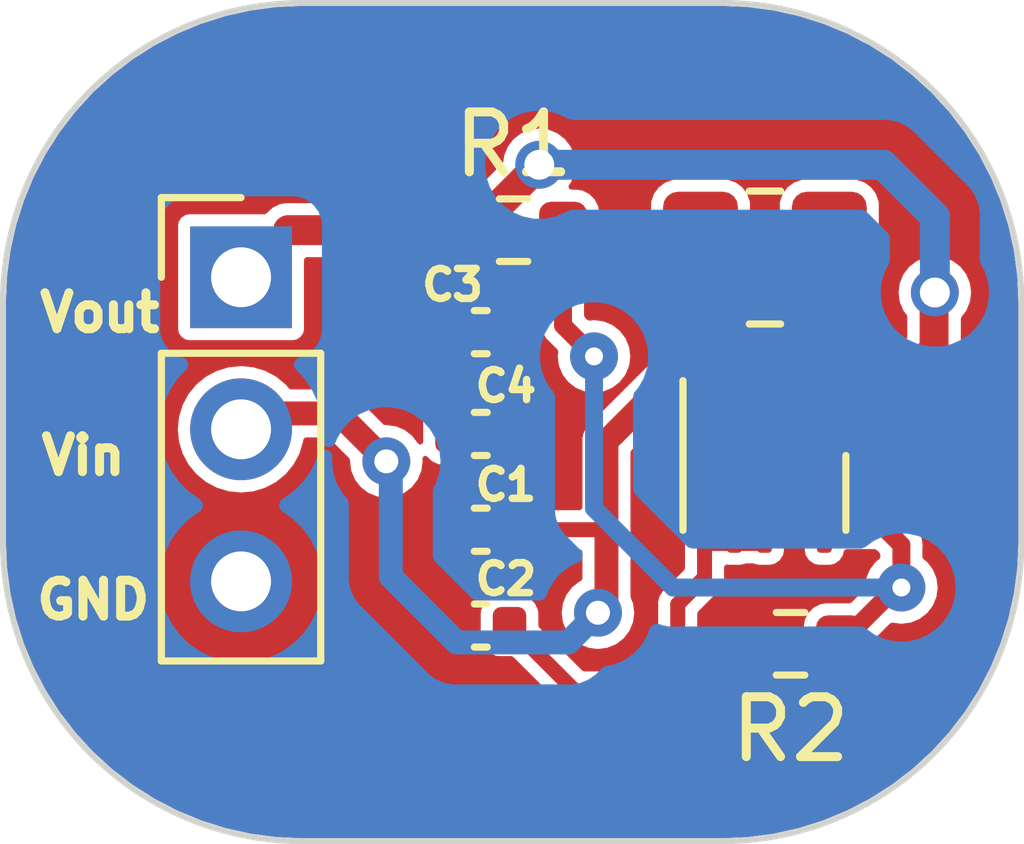
<source format=kicad_pcb>
(kicad_pcb (version 20221018) (generator pcbnew)
  (layers (0 "F.Cu" signal) (31 "B.Cu" signal) (34 "B.Paste" user) (35 "F.Paste" user) (36 "B.SilkS" user "B.Silkscreen") (37 "F.SilkS" user "F.Silkscreen") (38 "B.Mask" user) (39 "F.Mask" user) (44 "Edge.Cuts" user))
  (net 0 "")
  (net 1 "Net-(U1-L2)")
  (net 2 "Net-(U1-L1)")
  (net 3 "Net-(U1-EN)")
  (net 4 "Net-(C3-Pad2)")
  (net 5 "Net-(J1-Pin_1)")
  (net 6 "Net-(J1-Pin_2)")
  (net 7 "Net-(J1-Pin_3)")
  (net 8 "Net-(U1-FB)")
  (footprint "Inductor_SMD:L_1008_2520Metric" (layer "F.Cu") (at 127.7194 84.2518)
    (fp_text reference "FTC252012S1R5MBCA1" hide)
    (fp_text value "1.5uH" hide)
    (fp_line (start -0.261252 -1.11) (end 0.261252 -1.11) (stroke (width 0.12)) (layer "F.SilkS"))
    (fp_line (start -0.261252 1.11) (end 0.261252 1.11) (stroke (width 0.12)) (layer "F.SilkS"))
    (pad "1" smd roundrect (at -1.075 0) (size 1.25 2.2) (layers "F.Cu" "F.Paste" "F.Mask") (roundrect_rratio 0.2) (net 2 "Net-(U1-L1)"))
    (pad "2" smd roundrect (at 1.075 0) (size 1.25 2.2) (layers "F.Cu" "F.Paste" "F.Mask") (roundrect_rratio 0.2) (net 1 "Net-(U1-L2)"))
  )
  (footprint "Capacitor_SMD:C_0402_1005Metric" (layer "F.Cu") (at 122.9756 90.3984 180)
    (fp_text reference "C2" (at -0.42 0.775) (layer "F.SilkS") (effects (font (size 0.5 0.5) (thickness 0.125))))
    (fp_text value "C" hide)
    (fp_line (start -0.107836 -0.36) (end 0.107836 -0.36) (stroke (width 0.12)) (layer "F.SilkS"))
    (fp_line (start -0.107836 0.36) (end 0.107836 0.36) (stroke (width 0.12)) (layer "F.SilkS"))
    (pad "1" smd roundrect (at -0.48 0 180) (size 0.56 0.62) (layers "F.Cu" "F.Paste" "F.Mask") (net 3 "Net-(U1-EN)"))
    (pad "2" smd roundrect (at 0.48 0 180) (size 0.56 0.62) (layers "F.Cu" "F.Paste" "F.Mask") (net 7 "Net-(J1-Pin_3)"))
  )
  (footprint "Connector_PinHeader_2.54mm:PinHeader_1x03_P2.54mm_Vertical" (layer "F.Cu") (at 118.974 84.5808)
    (fp_text reference "J1" hide)
    (fp_text value "Conn_01x03" hide)
    (fp_line (start -1.33 -1.33) (end 0 -1.33) (stroke (width 0.12)) (layer "F.SilkS"))
    (fp_line (start -1.33 0) (end -1.33 -1.33) (stroke (width 0.12)) (layer "F.SilkS"))
    (fp_line (start -1.33 1.27) (end -1.33 6.41) (stroke (width 0.12)) (layer "F.SilkS"))
    (fp_line (start -1.33 1.27) (end 1.33 1.27) (stroke (width 0.12)) (layer "F.SilkS"))
    (fp_line (start -1.33 6.41) (end 1.33 6.41) (stroke (width 0.12)) (layer "F.SilkS"))
    (fp_line (start 1.33 1.27) (end 1.33 6.41) (stroke (width 0.12)) (layer "F.SilkS"))
    (pad "1" thru_hole rect (at 0 0) (size 1.7 1.7) (drill 1) (layers "*.Cu" "*.Mask") (net 5 "Net-(J1-Pin_1)"))
    (pad "2" thru_hole oval (at 0 2.54) (size 1.7 1.7) (drill 1) (layers "*.Cu" "*.Mask") (net 6 "Net-(J1-Pin_2)"))
    (pad "3" thru_hole oval (at 0 5.08) (size 1.7 1.7) (drill 1) (layers "*.Cu" "*.Mask") (net 7 "Net-(J1-Pin_3)"))
  )
  (footprint "Resistor_SMD:R_0603_1608Metric" (layer "F.Cu") (at 128.1466 90.7032 180)
    (fp_text reference "R2" (at 0 -1.43) (layer "F.SilkS"))
    (fp_text value "500K" hide)
    (fp_line (start -0.237258 -0.5225) (end 0.237258 -0.5225) (stroke (width 0.12)) (layer "F.SilkS"))
    (fp_line (start -0.237258 0.5225) (end 0.237258 0.5225) (stroke (width 0.12)) (layer "F.SilkS"))
    (pad "1" smd roundrect (at -0.825 0 180) (size 0.8 0.95) (layers "F.Cu" "F.Paste" "F.Mask") (net 8 "Net-(U1-FB)"))
    (pad "2" smd roundrect (at 0.825 0 180) (size 0.8 0.95) (layers "F.Cu" "F.Paste" "F.Mask") (net 7 "Net-(J1-Pin_3)"))
  )
  (footprint "Resistor_SMD:R_0603_1608Metric" (layer "F.Cu") (at 123.5238 83.7944)
    (fp_text reference "R1" (at 0 -1.43) (layer "F.SilkS"))
    (fp_text value "2.8M" hide)
    (fp_line (start -0.237258 -0.5225) (end 0.237258 -0.5225) (stroke (width 0.12)) (layer "F.SilkS"))
    (fp_line (start -0.237258 0.5225) (end 0.237258 0.5225) (stroke (width 0.12)) (layer "F.SilkS"))
    (pad "1" smd roundrect (at -0.825 0) (size 0.8 0.95) (layers "F.Cu" "F.Paste" "F.Mask") (net 5 "Net-(J1-Pin_1)"))
    (pad "2" smd roundrect (at 0.825 0) (size 0.8 0.95) (layers "F.Cu" "F.Paste" "F.Mask") (net 8 "Net-(U1-FB)"))
  )
  (footprint "Capacitor_SMD:C_0402_1005Metric" (layer "F.Cu") (at 122.9756 88.7984 180)
    (fp_text reference "C1" (at -0.42 0.75) (layer "F.SilkS") (effects (font (size 0.5 0.5) (thickness 0.125))))
    (fp_text value "C" hide)
    (fp_line (start -0.107836 -0.36) (end 0.107836 -0.36) (stroke (width 0.12)) (layer "F.SilkS"))
    (fp_line (start -0.107836 0.36) (end 0.107836 0.36) (stroke (width 0.12)) (layer "F.SilkS"))
    (pad "1" smd roundrect (at -0.48 0 180) (size 0.56 0.62) (layers "F.Cu" "F.Paste" "F.Mask") (net 6 "Net-(J1-Pin_2)"))
    (pad "2" smd roundrect (at 0.48 0 180) (size 0.56 0.62) (layers "F.Cu" "F.Paste" "F.Mask") (net 7 "Net-(J1-Pin_3)"))
  )
  (footprint "Capacitor_SMD:C_0402_1005Metric" (layer "F.Cu") (at 122.9756 85.4984 180)
    (fp_text reference "C3" (at 0.4714 0.7894) (layer "F.SilkS") (effects (font (size 0.5 0.5) (thickness 0.125))))
    (fp_text value "C" hide)
    (fp_line (start -0.107836 -0.36) (end 0.107836 -0.36) (stroke (width 0.12)) (layer "F.SilkS"))
    (fp_line (start -0.107836 0.36) (end 0.107836 0.36) (stroke (width 0.12)) (layer "F.SilkS"))
    (pad "1" smd roundrect (at -0.48 0 180) (size 0.56 0.62) (layers "F.Cu" "F.Paste" "F.Mask") (net 5 "Net-(J1-Pin_1)"))
    (pad "2" smd roundrect (at 0.48 0 180) (size 0.56 0.62) (layers "F.Cu" "F.Paste" "F.Mask") (net 4 "Net-(C3-Pad2)"))
  )
  (footprint "Capacitor_SMD:C_0402_1005Metric" (layer "F.Cu") (at 122.9756 87.1984)
    (fp_text reference "C4" (at 0.42 -0.8) (layer "F.SilkS") (effects (font (size 0.5 0.5) (thickness 0.125))))
    (fp_text value "C" hide)
    (fp_line (start -0.107836 -0.36) (end 0.107836 -0.36) (stroke (width 0.12)) (layer "F.SilkS"))
    (fp_line (start -0.107836 0.36) (end 0.107836 0.36) (stroke (width 0.12)) (layer "F.SilkS"))
    (pad "1" smd roundrect (at -0.48 0) (size 0.56 0.62) (layers "F.Cu" "F.Paste" "F.Mask") (net 4 "Net-(C3-Pad2)"))
    (pad "2" smd roundrect (at 0.48 0) (size 0.56 0.62) (layers "F.Cu" "F.Paste" "F.Mask") (net 7 "Net-(J1-Pin_3)"))
  )
  (footprint "Package_SON:WSON-10-1EP_2.5x2.5mm_P0.5mm_EP1.2x2mm" (layer "F.Cu") (at 127.7112 87.5584 -90)
    (fp_text reference "U1" hide)
    (fp_text value "TPS63030DSK" hide)
    (fp_line (start -1.25 1.36) (end 1.25 1.36) (stroke (width 0.12)) (layer "F.SilkS"))
    (fp_line (start 0 -1.36) (end 1.25 -1.36) (stroke (width 0.12)) (layer "F.SilkS"))
    (pad "1" smd roundrect (at -1.2125 -1 270) (size 0.825 0.25) (layers "F.Cu" "F.Paste" "F.Mask") (net 5 "Net-(J1-Pin_1)"))
    (pad "2" smd roundrect (at -1.2125 -0.5 270) (size 0.825 0.25) (layers "F.Cu" "F.Paste" "F.Mask") (net 1 "Net-(U1-L2)"))
    (pad "3" smd roundrect (at -1.2125 0 270) (size 0.825 0.25) (layers "F.Cu" "F.Paste" "F.Mask") (net 7 "Net-(J1-Pin_3)"))
    (pad "4" smd roundrect (at -1.2125 0.5 270) (size 0.825 0.25) (layers "F.Cu" "F.Paste" "F.Mask") (net 2 "Net-(U1-L1)"))
    (pad "5" smd roundrect (at -1.2125 1 270) (size 0.825 0.25) (layers "F.Cu" "F.Paste" "F.Mask") (net 6 "Net-(J1-Pin_2)"))
    (pad "6" smd roundrect (at 1.2125 1 270) (size 0.825 0.25) (layers "F.Cu" "F.Paste" "F.Mask") (net 3 "Net-(U1-EN)"))
    (pad "7" smd roundrect (at 1.2125 0.5 270) (size 0.825 0.25) (layers "F.Cu" "F.Paste" "F.Mask") (net 3 "Net-(U1-EN)"))
    (pad "8" smd roundrect (at 1.2125 0 270) (size 0.825 0.25) (layers "F.Cu" "F.Paste" "F.Mask") (net 3 "Net-(U1-EN)"))
    (pad "9" smd roundrect (at 1.2125 -0.5 270) (size 0.825 0.25) (layers "F.Cu" "F.Paste" "F.Mask") (net 7 "Net-(J1-Pin_3)"))
    (pad "10" smd roundrect (at 1.2125 -1 270) (size 0.825 0.25) (layers "F.Cu" "F.Paste" "F.Mask") (net 8 "Net-(U1-FB)"))
    (pad "11" smd rect (at 0 0 270) (size 1.2 2) (layers "F.Cu" "F.Mask") (net 7 "Net-(J1-Pin_3)"))
  )
  (gr_arc (start 120 94) (mid 116.464466 92.535534) (end 115 89) (stroke (width 0.1)) (layer "Edge.Cuts"))
  (gr_arc (start 127 80) (mid 130.535534 81.464466) (end 132 85) (stroke (width 0.1)) (layer "Edge.Cuts"))
  (gr_line (start 115 85) (end 115 89) (stroke (width 0.1)) (layer "Edge.Cuts"))
  (gr_line (start 127 94) (end 120 94) (stroke (width 0.1)) (layer "Edge.Cuts"))
  (gr_line (start 132 85) (end 132 89) (stroke (width 0.1)) (layer "Edge.Cuts"))
  (gr_arc (start 115 85) (mid 116.464466 81.464466) (end 120 80) (stroke (width 0.1)) (layer "Edge.Cuts"))
  (gr_arc (start 132 89) (mid 130.535534 92.535534) (end 127 94) (stroke (width 0.1)) (layer "Edge.Cuts"))
  (gr_line (start 127 80) (end 120 80) (stroke (width 0.1)) (layer "Edge.Cuts"))
  (gr_text "Vout" (at 115.5446 85.5218) (layer "F.SilkS") (effects (font (size 0.6 0.6)) (justify left bottom)))
  (gr_text "GND" (at 115.4938 90.3224) (layer "F.SilkS") (effects (font (size 0.6 0.6)) (justify left bottom)))
  (gr_text "Vin" (at 115.57 87.9094) (layer "F.SilkS") (effects (font (size 0.6 0.6)) (justify left bottom)))
  (segment (start 125.7046 91.4908) (end 124.548 91.4908) (width 0.25) (layer "F.Cu") (net 3))
  (segment (start 126.7112 89.5952) (end 126.2634 90.043) (width 0.25) (layer "F.Cu") (net 3))
  (segment (start 126.2634 90.932) (end 125.7046 91.4908) (width 0.25) (layer "F.Cu") (net 3))
  (segment (start 126.2634 90.043) (end 126.2634 90.932) (width 0.25) (layer "F.Cu") (net 3))
  (segment (start 124.548 91.4908) (end 123.4556 90.3984) (width 0.25) (layer "F.Cu") (net 3))
  (segment (start 126.7112 88.7709) (end 126.7112 89.5952) (width 0.25) (layer "F.Cu") (net 3))
  (segment (start 122.4956 87.1984) (end 122.4956 85.4984) (width 0.25) (layer "F.Cu") (net 4))
  (segment (start 123.4556 84.5512) (end 122.6988 83.7944) (width 0.25) (layer "F.Cu") (net 5))
  (segment (start 122.86 83.7944) (end 123.952 82.7024) (width 0.5) (layer "F.Cu") (net 5))
  (segment (start 119.7604 83.7944) (end 118.974 84.5808) (width 0.25) (layer "F.Cu") (net 5))
  (segment (start 118.874 84.3158) (end 119.239 84.3158) (width 0.65) (layer "F.Cu") (net 5))
  (segment (start 122.6988 83.7944) (end 119.7604 83.7944) (width 0.5) (layer "F.Cu") (net 5))
  (segment (start 123.4556 85.4984) (end 123.4556 84.5512) (width 0.25) (layer "F.Cu") (net 5))
  (segment (start 122.6988 83.7944) (end 122.86 83.7944) (width 0.25) (layer "F.Cu") (net 5))
  (segment (start 128.7253 86.36) (end 128.7112 86.3459) (width 0.25) (layer "F.Cu") (net 5))
  (via (at 130.556 84.836) (size 0.8) (drill 0.5) (layers "F.Cu" "B.Cu") (net 5))
  (via (at 123.952 82.7024) (size 0.8) (drill 0.5) (layers "F.Cu" "B.Cu") (net 5))
  (segment (start 129.6924 82.7024) (end 130.556 83.566) (width 0.5) (layer "B.Cu") (net 5))
  (segment (start 123.952 82.7024) (end 129.6924 82.7024) (width 0.5) (layer "B.Cu") (net 5))
  (segment (start 130.556 83.566) (end 130.556 84.836) (width 0.5) (layer "B.Cu") (net 5))
  (segment (start 125.074 90.043) (end 125.074 88.7984) (width 0.4) (layer "F.Cu") (net 6))
  (segment (start 125.074 87.3208) (end 126.0489 86.3459) (width 0.4) (layer "F.Cu") (net 6))
  (segment (start 118.874 86.8558) (end 120.599 86.8558) (width 0.4) (layer "F.Cu") (net 6))
  (segment (start 120.599 86.8558) (end 121.399 87.6558) (width 0.4) (layer "F.Cu") (net 6))
  (segment (start 126.0489 86.3459) (end 126.6862 86.3459) (width 0.4) (layer "F.Cu") (net 6))
  (segment (start 123.4556 88.7984) (end 125.074 88.7984) (width 0.25) (layer "F.Cu") (net 6))
  (segment (start 125.074 88.7984) (end 125.074 87.3208) (width 0.4) (layer "F.Cu") (net 6))
  (segment (start 124.9321 90.1849) (end 125.074 90.043) (width 0.4) (layer "F.Cu") (net 6))
  (via (at 124.9321 90.1849) (size 0.8) (drill 0.4) (layers "F.Cu" "B.Cu") (net 6))
  (via (at 121.399 87.6558) (size 0.8) (drill 0.4) (layers "F.Cu" "B.Cu") (net 6))
  (segment (start 122.574 90.6808) (end 121.474 89.5808) (width 0.4) (layer "B.Cu") (net 6))
  (segment (start 121.474 87.7308) (end 121.399 87.6558) (width 0.4) (layer "B.Cu") (net 6))
  (segment (start 124.4362 90.6808) (end 122.574 90.6808) (width 0.4) (layer "B.Cu") (net 6))
  (segment (start 124.9321 90.1849) (end 124.4362 90.6808) (width 0.4) (layer "B.Cu") (net 6))
  (segment (start 121.474 89.5808) (end 121.474 87.7308) (width 0.4) (layer "B.Cu") (net 6))
  (segment (start 123.4556 87.8384) (end 123.4556 87.1984) (width 0.25) (layer "F.Cu") (net 7))
  (segment (start 122.7956 87.9984) (end 123.2956 87.9984) (width 0.25) (layer "F.Cu") (net 7))
  (segment (start 123.2956 87.9984) (end 123.4556 87.8384) (width 0.25) (layer "F.Cu") (net 7))
  (segment (start 122.4956 88.7984) (end 122.4956 88.2984) (width 0.25) (layer "F.Cu") (net 7))
  (segment (start 122.4956 88.2984) (end 122.7956 87.9984) (width 0.25) (layer "F.Cu") (net 7))
  (segment (start 124.3488 83.7944) (end 124.3488 85.3852) (width 0.3) (layer "F.Cu") (net 8))
  (segment (start 129.9972 89.0524) (end 129.7157 88.7709) (width 0.3) (layer "F.Cu") (net 8))
  (segment (start 129.7157 88.7709) (end 128.7112 88.7709) (width 0.3) (layer "F.Cu") (net 8))
  (segment (start 129.9972 89.7636) (end 129.9972 89.0524) (width 0.3) (layer "F.Cu") (net 8))
  (segment (start 129.9972 89.7636) (end 129.9112 89.7636) (width 0.25) (layer "F.Cu") (net 8))
  (segment (start 129.9112 89.7636) (end 128.9716 90.7032) (width 0.3) (layer "F.Cu") (net 8))
  (segment (start 124.3488 85.3852) (end 124.8664 85.9028) (width 0.3) (layer "F.Cu") (net 8))
  (via (at 124.8664 85.9028) (size 0.8) (drill 0.3) (layers "F.Cu" "B.Cu") (net 8))
  (via (at 129.9972 89.7636) (size 0.8) (drill 0.3) (layers "F.Cu" "B.Cu") (net 8))
  (segment (start 124.8664 88.4428) (end 126.1872 89.7636) (width 0.3) (layer "B.Cu") (net 8))
  (segment (start 126.1872 89.7636) (end 129.9972 89.7636) (width 0.3) (layer "B.Cu") (net 8))
  (segment (start 124.8664 85.9028) (end 124.8664 88.4428) (width 0.3) (layer "B.Cu") (net 8))
  (zone (net 7) (net_name "Net-(J1-Pin_3)") (layer "F.Cu") (name "GND") (priority 1) (connect_pads yes (clearance 0.2)) (min_thickness 0.1) (fill yes (thermal_gap 0.5) (thermal_bridge_width 0.5))
    (polygon (pts (xy 127 80) (xy 127.652942 80.040415) (xy 128.082714 80.116195) (xy 128.504245 80.229144) (xy 128.914329 80.378402) (xy 129.309843 80.562833) (xy 129.687778 80.781034) (xy 130.045257 81.031344) (xy 130.37956 81.311857) (xy 130.688143 81.62044) (xy 130.968656 81.954743) (xy 131.218966 82.312222) (xy 131.437167 82.690157) (xy 131.621598 83.085671) (xy 131.770856 83.495755) (xy 131.883805 83.917286) (xy 131.959585 84.347058) (xy 131.99762 84.781799) (xy 132 85) (xy 132 86) (xy 131.99762 89.218201) (xy 131.959585 89.652942) (xy 131.883805 90.082714) (xy 131.770856 90.504245) (xy 131.621598 90.914329) (xy 131.437167 91.309843) (xy 131.218966 91.687778) (xy 130.968656 92.045257) (xy 130.688143 92.37956) (xy 130.37956 92.688143) (xy 130.045257 92.968656) (xy 129.687778 93.218966) (xy 129.309843 93.437167) (xy 128.914329 93.621598) (xy 128.504245 93.770856) (xy 128.082714 93.883805) (xy 127.652942 93.959585) (xy 127.218201 93.99762) (xy 127 94) (xy 120 94) (xy 119.781799 93.99762) (xy 119.347058 93.959585) (xy 118.917286 93.883805) (xy 118.495755 93.770856) (xy 118.085671 93.621598) (xy 117.690157 93.437167) (xy 117.312222 93.218966) (xy 117 93) (xy 116.62044 92.688143) (xy 116.311857 92.37956) (xy 116.031344 92.045257) (xy 115.781034 91.687778) (xy 115.562833 91.309843) (xy 115.378402 90.914329) (xy 115.229144 90.504245) (xy 115.116195 90.082714) (xy 115.040415 89.652942) (xy 115.00238 89.218201) (xy 115 89) (xy 115 85) (xy 115.00238 84.781799) (xy 115.040415 84.347058) (xy 115.116195 83.917286) (xy 115.229144 83.495755) (xy 115.378402 83.085671) (xy 115.562833 82.690157) (xy 115.781034 82.312222) (xy 116.031344 81.954743) (xy 116.311857 81.62044) (xy 116.62044 81.311857) (xy 116.954743 81.031344) (xy 117.312222 80.781034) (xy 117.690157 80.562833) (xy 118.085671 80.378402) (xy 118.495755 80.229144) (xy 118.917286 80.116195) (xy 119.347058 80.040415) (xy 119.781799 80.00238) (xy 120 80)))
  )
  (zone (net 1) (net_name "Net-(U1-L2)") (layer "F.Cu") (priority 3) (connect_pads yes (clearance 0.1)) (min_thickness 0.1) (fill yes (thermal_gap 0.5) (thermal_bridge_width 0.5))
    (polygon (pts (xy 128.0922 86.233) (xy 128.1684 84.836) (xy 129.413 84.836) (xy 129.413 85.2932) (xy 128.3462 85.9536) (xy 128.3462 86.2076)))
  )
  (zone (net 2) (net_name "Net-(U1-L1)") (layer "F.Cu") (priority 2) (connect_pads yes (clearance 0.2)) (min_thickness 0.1) (fill yes (thermal_gap 0.5) (thermal_bridge_width 0.5))
    (polygon (pts (xy 127.3302 86.233) (xy 127.254 84.8106) (xy 126.0094 84.8106) (xy 126.0094 85.2424) (xy 127.0762 85.9536) (xy 127.0762 86.233)))
  )
  (zone (net 3) (net_name "Net-(U1-EN)") (layer "F.Cu") (priority 5) (connect_pads yes (clearance 0.2)) (min_thickness 0.1) (fill yes (thermal_gap 0.5) (thermal_bridge_width 0.5) (island_removal_mode 1) (island_area_min 10))
    (polygon (pts (xy 126.5936 88.3666) (xy 127.8128 88.3666) (xy 127.8128 89.154) (xy 126.5936 89.154)))
  )
  (zone (net 5) (net_name "Net-(J1-Pin_1)") (layer "F.Cu") (priority 4) (connect_pads yes (clearance 0.2)) (min_thickness 0.1) (fill yes (thermal_gap 0.5) (thermal_bridge_width 0.5))
    (polygon (pts (xy 128.7272 85.9282) (xy 130.0734 85.9282) (xy 130.302 85.6742) (xy 130.302 84.8106) (xy 130.7846 84.8106) (xy 130.7846 86.1568) (xy 130.2004 86.7664) (xy 128.7272 86.7664)))
  )
  (zone (net 0) (net_name "") (layers "F&B.Cu") (connect_pads yes (clearance 0.5)) (min_thickness 0.25) (fill yes (thermal_gap 0.5) (thermal_bridge_width 0.5) (island_removal_mode 1) (island_area_min 10))
    (polygon (pts (arc (start 132 85) (mid 130.535534 81.464466) (end 127 80)) (arc (start 120 80) (mid 116.464466 81.464466) (end 115 85)) (arc (start 115 89) (mid 116.464466 92.535534) (end 120 94)) (arc (start 127 94) (mid 130.535534 92.535534) (end 132 89))))
  )
)
</source>
